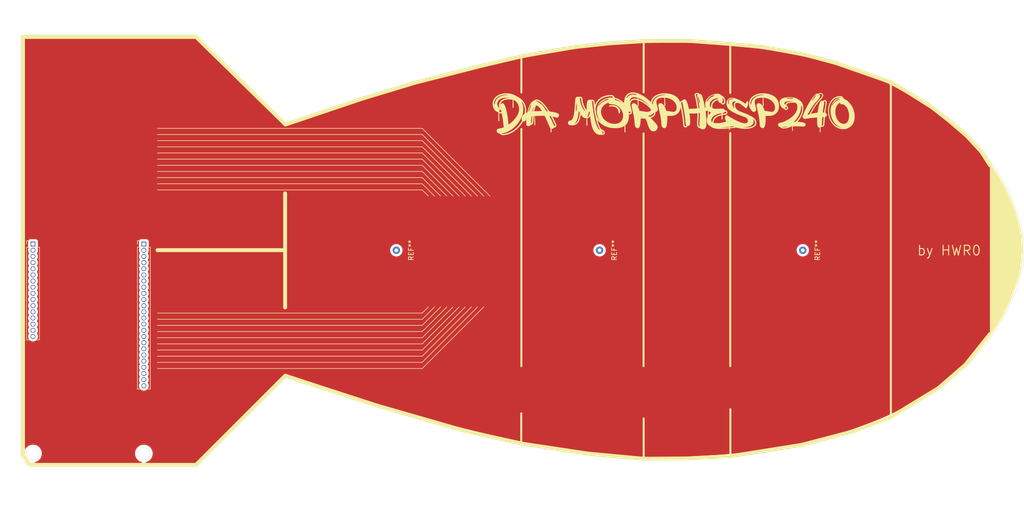
<source format=kicad_pcb>
(kicad_pcb (version 20171130) (host pcbnew "(5.1.8)-1")
  (layers (0 F.Cu signal) (31 B.Cu signal) (34 B.Paste user) (35 F.Paste user) (36 B.SilkS user) (37 F.SilkS user) (38 B.Mask user) (39 F.Mask user) (44 Edge.Cuts user))
  (net 0 "")
  (module hwreverse:bread_bomb_solder (layer F.Cu) (at 160.1724 130.6068)
    (fp_text reference G*** hide)
    (fp_text value LOGO hide)
  )
  (module hwreverse:da_mesp_silk (layer F.Cu) (at 158.5214 72.771)
    (fp_text reference G*** hide)
    (fp_text value LOGO hide)
  )
  (module hwreverse:breadboard (layer F.Cu) (at 187.706 101.346 90)
    (fp_text reference REF** (at 0 0.5 90) (layer F.SilkS))
    (fp_text value breadboard)
    (pad 1 thru_hole circle (at 0 -2.54 90) (size 1.524 1.524) (drill 0.762) (layers *.Cu *.Mask))
  )
  (module hwreverse:breadboard (layer F.Cu) (at 103.886 101.346 90)
    (fp_text reference REF** (at 0 0.5 90) (layer F.SilkS))
    (fp_text value breadboard)
    (pad 1 thru_hole circle (at 0 -2.54 90) (size 1.524 1.524) (drill 0.762) (layers *.Cu *.Mask))
  )
  (module hwreverse:breadboard (layer F.Cu) (at 145.796 101.346 90)
    (fp_text reference REF** (at 0 0.5 90) (layer F.SilkS))
    (fp_text value breadboard)
    (pad 1 thru_hole circle (at 0 -2.54 90) (size 1.524 1.524) (drill 0.762) (layers *.Cu *.Mask))
  )
  (module Socket_Strips:Socket_Strip_Straight_1x16_Pitch1.27mm (layer F.Cu) (at 26.416 100.076)
    (fp_text reference J2 hide)
    (fp_text value Cnx1)
    (pad 1 thru_hole rect (at 0 0) (size 1 1) (drill 0.7) (layers *.Cu *.Mask))
    (pad 2 thru_hole oval (at 0 1.27) (size 1 1) (drill 0.7) (layers *.Cu *.Mask))
    (pad 3 thru_hole oval (at 0 2.54) (size 1 1) (drill 0.7) (layers *.Cu *.Mask))
    (pad 4 thru_hole oval (at 0 3.81) (size 1 1) (drill 0.7) (layers *.Cu *.Mask))
    (pad 5 thru_hole oval (at 0 5.08) (size 1 1) (drill 0.7) (layers *.Cu *.Mask))
    (pad 6 thru_hole oval (at 0 6.35) (size 1 1) (drill 0.7) (layers *.Cu *.Mask))
    (pad 7 thru_hole oval (at 0 7.62) (size 1 1) (drill 0.7) (layers *.Cu *.Mask))
    (pad 8 thru_hole oval (at 0 8.89) (size 1 1) (drill 0.7) (layers *.Cu *.Mask))
    (pad 9 thru_hole oval (at 0 10.16) (size 1 1) (drill 0.7) (layers *.Cu *.Mask))
    (pad 10 thru_hole oval (at 0 11.43) (size 1 1) (drill 0.7) (layers *.Cu *.Mask))
    (pad 11 thru_hole oval (at 0 12.7) (size 1 1) (drill 0.7) (layers *.Cu *.Mask))
    (pad 12 thru_hole oval (at 0 13.97) (size 1 1) (drill 0.7) (layers *.Cu *.Mask))
    (pad 13 thru_hole oval (at 0 15.24) (size 1 1) (drill 0.7) (layers *.Cu *.Mask))
    (pad 14 thru_hole oval (at 0 16.51) (size 1 1) (drill 0.7) (layers *.Cu *.Mask))
    (pad 15 thru_hole oval (at 0 17.78) (size 1 1) (drill 0.7) (layers *.Cu *.Mask))
    (pad 16 thru_hole oval (at 0 19.05) (size 1 1) (drill 0.7) (layers *.Cu *.Mask))
  )
  (module Socket_Strips:Socket_Strip_Straight_1x24_Pitch1.27mm (layer F.Cu) (at 49.276 100.076)
    (fp_text reference J3 hide)
    (fp_text value Con2)
    (pad 1 thru_hole rect (at 0 0) (size 1 1) (drill 0.7) (layers *.Cu *.Mask))
    (pad 2 thru_hole oval (at 0 1.27) (size 1 1) (drill 0.7) (layers *.Cu *.Mask))
    (pad 3 thru_hole oval (at 0 2.54) (size 1 1) (drill 0.7) (layers *.Cu *.Mask))
    (pad 4 thru_hole oval (at 0 3.81) (size 1 1) (drill 0.7) (layers *.Cu *.Mask))
    (pad 5 thru_hole oval (at 0 5.08) (size 1 1) (drill 0.7) (layers *.Cu *.Mask))
    (pad 6 thru_hole oval (at 0 6.35) (size 1 1) (drill 0.7) (layers *.Cu *.Mask))
    (pad 7 thru_hole oval (at 0 7.62) (size 1 1) (drill 0.7) (layers *.Cu *.Mask))
    (pad 8 thru_hole oval (at 0 8.89) (size 1 1) (drill 0.7) (layers *.Cu *.Mask))
    (pad 9 thru_hole oval (at 0 10.16) (size 1 1) (drill 0.7) (layers *.Cu *.Mask))
    (pad 10 thru_hole oval (at 0 11.43) (size 1 1) (drill 0.7) (layers *.Cu *.Mask))
    (pad 11 thru_hole oval (at 0 12.7) (size 1 1) (drill 0.7) (layers *.Cu *.Mask))
    (pad 12 thru_hole oval (at 0 13.97) (size 1 1) (drill 0.7) (layers *.Cu *.Mask))
    (pad 13 thru_hole oval (at 0 15.24) (size 1 1) (drill 0.7) (layers *.Cu *.Mask))
    (pad 14 thru_hole oval (at 0 16.51) (size 1 1) (drill 0.7) (layers *.Cu *.Mask))
    (pad 15 thru_hole oval (at 0 17.78) (size 1 1) (drill 0.7) (layers *.Cu *.Mask))
    (pad 16 thru_hole oval (at 0 19.05) (size 1 1) (drill 0.7) (layers *.Cu *.Mask))
    (pad 17 thru_hole oval (at 0 20.32) (size 1 1) (drill 0.7) (layers *.Cu *.Mask))
    (pad 18 thru_hole oval (at 0 21.59) (size 1 1) (drill 0.7) (layers *.Cu *.Mask))
    (pad 19 thru_hole oval (at 0 22.86) (size 1 1) (drill 0.7) (layers *.Cu *.Mask))
    (pad 20 thru_hole oval (at 0 24.13) (size 1 1) (drill 0.7) (layers *.Cu *.Mask))
    (pad 21 thru_hole oval (at 0 25.4) (size 1 1) (drill 0.7) (layers *.Cu *.Mask))
    (pad 22 thru_hole oval (at 0 26.67) (size 1 1) (drill 0.7) (layers *.Cu *.Mask))
    (pad 23 thru_hole oval (at 0 27.94) (size 1 1) (drill 0.7) (layers *.Cu *.Mask))
    (pad 24 thru_hole oval (at 0 29.21) (size 1 1) (drill 0.7) (layers *.Cu *.Mask))
  )
  (gr_line (start 24.3586 143.51) (end 25.654 145.542) (layer F.SilkS) (width 0.8))
  (gr_line (start 24.3586 57.3532) (end 24.3586 143.51) (layer F.SilkS) (width 0.8))
  (gr_line (start 94.234 70.104) (end 78.486 75.4126) (layer F.SilkS) (width 0.8))
  (gr_line (start 105.156 66.802) (end 94.234 70.104) (layer F.SilkS) (width 0.8))
  (gr_line (start 119.126 63.246) (end 105.156 66.802) (layer F.SilkS) (width 0.8))
  (gr_line (start 127.127 61.3664) (end 119.126 63.246) (layer F.SilkS) (width 0.8))
  (gr_line (start 129.286 60.96) (end 127.127 61.3664) (layer F.SilkS) (width 0.8))
  (gr_line (start 138.176 59.436) (end 129.286 60.96) (layer F.SilkS) (width 0.8))
  (gr_line (start 145.288 58.674) (end 138.176 59.436) (layer F.SilkS) (width 0.8))
  (gr_line (start 152.3492 58.2168) (end 145.288 58.674) (layer F.SilkS) (width 0.8))
  (gr_line (start 155.194 58.166) (end 152.3492 58.2168) (layer F.SilkS) (width 0.8))
  (gr_line (start 161.798 58.166) (end 155.194 58.166) (layer F.SilkS) (width 0.8))
  (gr_line (start 170.2054 58.801) (end 161.798 58.166) (layer F.SilkS) (width 0.8))
  (gr_line (start 177.038 59.436) (end 170.2054 58.801) (layer F.SilkS) (width 0.8))
  (gr_line (start 185.42 60.96) (end 177.038 59.436) (layer F.SilkS) (width 0.8))
  (gr_line (start 192.024 62.738) (end 185.42 60.96) (layer F.SilkS) (width 0.8))
  (gr_line (start 203.327 66.675) (end 192.024 62.738) (layer F.SilkS) (width 0.8))
  (gr_line (start 207.01 68.834) (end 203.327 66.675) (layer F.SilkS) (width 0.8))
  (gr_line (start 211.836 71.882) (end 207.01 68.834) (layer F.SilkS) (width 0.8))
  (gr_line (start 215.392 74.676) (end 211.836 71.882) (layer F.SilkS) (width 0.8))
  (gr_line (start 218.948 77.724) (end 215.392 74.676) (layer F.SilkS) (width 0.8))
  (gr_line (start 221.996 81.026) (end 218.948 77.724) (layer F.SilkS) (width 0.8))
  (gr_line (start 223.774 83.82) (end 221.996 81.026) (layer F.SilkS) (width 0.8))
  (gr_line (start 218.694 124.968) (end 223.774 118.618) (layer F.SilkS) (width 0.8))
  (gr_line (start 213.106 129.794) (end 218.694 124.968) (layer F.SilkS) (width 0.8))
  (gr_line (start 203.327 135.7376) (end 213.106 129.794) (layer F.SilkS) (width 0.8))
  (gr_line (start 195.58 138.684) (end 203.327 135.7376) (layer F.SilkS) (width 0.8))
  (gr_line (start 184.912 141.478) (end 195.58 138.684) (layer F.SilkS) (width 0.8))
  (gr_line (start 170.2308 143.8148) (end 184.912 141.478) (layer F.SilkS) (width 0.8))
  (gr_line (start 161.29 144.272) (end 170.2308 143.8148) (layer F.SilkS) (width 0.8))
  (gr_line (start 152.3492 144.3482) (end 161.29 144.272) (layer F.SilkS) (width 0.8))
  (gr_line (start 140.716 143.256) (end 152.3492 144.3482) (layer F.SilkS) (width 0.8))
  (gr_line (start 127.1016 141.1986) (end 140.716 143.256) (layer F.SilkS) (width 0.8))
  (gr_line (start 115.824 138.684) (end 127.1016 141.1986) (layer F.SilkS) (width 0.8))
  (gr_line (start 97.282 133.35) (end 115.824 138.684) (layer F.SilkS) (width 0.8))
  (gr_line (start 78.486 127.254) (end 97.282 133.35) (layer F.SilkS) (width 0.8))
  (gr_line (start 170.2308 134.112) (end 170.2308 143.8148) (layer F.SilkS) (width 0.4))
  (gr_line (start 152.3492 136.017) (end 152.3492 144.3482) (layer F.SilkS) (width 0.4))
  (gr_line (start 127.1016 134.9756) (end 127.1016 141.1986) (layer F.SilkS) (width 0.4))
  (gr_text "by HWR0" (at 215.3412 101.3968) (layer F.SilkS) (effects (font (size 2 2) (thickness 0.2))))
  (gr_line (start 170.2054 68.8848) (end 170.2054 58.801) (layer F.SilkS) (width 0.4))
  (gr_line (start 152.3492 68.7832) (end 152.3492 58.2168) (layer F.SilkS) (width 0.4))
  (gr_line (start 127.127 68.8086) (end 127.127 61.3664) (layer F.SilkS) (width 0.4))
  (gr_poly (pts (xy 225.7298 86.2584) (xy 226.949 88.4428) (xy 227.7618 90.0938) (xy 228.4984 91.8972) (xy 229.0064 93.2942) (xy 229.489 94.8944) (xy 229.87 96.1644) (xy 230.251 97.8408) (xy 230.4542 99.2632) (xy 230.5304 101.5746) (xy 230.3526 103.5304) (xy 229.9716 106.172) (xy 229.1842 108.5088) (xy 227.7618 112.2426) (xy 226.5172 114.7826) (xy 225.4504 116.6622) (xy 223.7994 119.1006) (xy 223.7994 83.312)) (layer F.SilkS) (width 0.1))
  (gr_line (start 78.3082 101.3206) (end 52.0954 101.3206) (layer F.SilkS) (width 0.8))
  (gr_line (start 78.4098 89.6112) (end 78.4098 113.1316) (layer F.SilkS) (width 0.8))
  (gr_line (start 60.0456 145.5928) (end 25.7302 145.5928) (layer F.SilkS) (width 0.8))
  (gr_line (start 78.4606 127.2032) (end 60.0456 145.5928) (layer F.SilkS) (width 0.8))
  (gr_line (start 60.0456 57.3532) (end 24.3586 57.3532) (layer F.SilkS) (width 0.8))
  (gr_line (start 78.486 75.4126) (end 60.0456 57.3532) (layer F.SilkS) (width 0.8))
  (gr_line (start 203.327 66.675) (end 203.327 135.7376) (layer F.SilkS) (width 0.4))
  (gr_line (start 170.2054 125.2474) (end 170.2054 77.1652) (layer F.SilkS) (width 0.4))
  (gr_line (start 152.3238 125.2474) (end 152.3238 77.2414) (layer F.SilkS) (width 0.4))
  (gr_line (start 127.127 76.327) (end 127.127 125.2474) (layer F.SilkS) (width 0.4))
  (gr_line (start 106.68 125.73) (end 119.38 113.03) (layer F.SilkS) (width 0.12))
  (gr_line (start 52.07 125.73) (end 106.68 125.73) (layer F.SilkS) (width 0.12))
  (gr_line (start 106.68 124.46) (end 118.11 113.03) (layer F.SilkS) (width 0.12))
  (gr_line (start 52.07 124.46) (end 106.68 124.46) (layer F.SilkS) (width 0.12))
  (gr_line (start 106.68 123.19) (end 116.84 113.03) (layer F.SilkS) (width 0.12))
  (gr_line (start 52.07 123.19) (end 106.68 123.19) (layer F.SilkS) (width 0.12))
  (gr_line (start 106.68 121.92) (end 115.57 113.03) (layer F.SilkS) (width 0.12))
  (gr_line (start 52.07 121.92) (end 106.68 121.92) (layer F.SilkS) (width 0.12))
  (gr_line (start 106.68 120.65) (end 114.3 113.03) (layer F.SilkS) (width 0.12))
  (gr_line (start 52.07 120.65) (end 106.68 120.65) (layer F.SilkS) (width 0.12))
  (gr_line (start 106.68 119.38) (end 113.03 113.03) (layer F.SilkS) (width 0.12))
  (gr_line (start 52.07 119.38) (end 106.68 119.38) (layer F.SilkS) (width 0.12))
  (gr_line (start 106.68 118.11) (end 111.76 113.03) (layer F.SilkS) (width 0.12))
  (gr_line (start 52.07 118.11) (end 106.68 118.11) (layer F.SilkS) (width 0.12))
  (gr_line (start 106.68 116.84) (end 110.49 113.03) (layer F.SilkS) (width 0.12))
  (gr_line (start 52.07 116.84) (end 106.68 116.84) (layer F.SilkS) (width 0.12))
  (gr_line (start 106.68 115.57) (end 109.22 113.03) (layer F.SilkS) (width 0.12))
  (gr_line (start 52.07 115.57) (end 106.68 115.57) (layer F.SilkS) (width 0.12))
  (gr_line (start 106.68 114.3) (end 107.95 113.03) (layer F.SilkS) (width 0.12))
  (gr_line (start 52.07 114.3) (end 106.68 114.3) (layer F.SilkS) (width 0.12))
  (gr_line (start 106.68 88.9) (end 107.95 90.17) (layer F.SilkS) (width 0.12))
  (gr_line (start 52.07 88.9) (end 106.68 88.9) (layer F.SilkS) (width 0.12))
  (gr_line (start 106.68 87.63) (end 109.22 90.17) (layer F.SilkS) (width 0.12))
  (gr_line (start 52.07 87.63) (end 106.68 87.63) (layer F.SilkS) (width 0.12))
  (gr_line (start 106.68 86.36) (end 110.49 90.17) (layer F.SilkS) (width 0.12))
  (gr_line (start 52.07 86.36) (end 106.68 86.36) (layer F.SilkS) (width 0.12))
  (gr_line (start 106.68 85.09) (end 111.76 90.17) (layer F.SilkS) (width 0.12))
  (gr_line (start 52.07 85.09) (end 106.68 85.09) (layer F.SilkS) (width 0.12))
  (gr_line (start 106.68 83.82) (end 113.03 90.17) (layer F.SilkS) (width 0.12))
  (gr_line (start 52.07 83.82) (end 106.68 83.82) (layer F.SilkS) (width 0.12))
  (gr_line (start 106.68 82.55) (end 114.3 90.17) (layer F.SilkS) (width 0.12))
  (gr_line (start 52.07 82.55) (end 106.68 82.55) (layer F.SilkS) (width 0.12))
  (gr_line (start 106.68 81.28) (end 115.57 90.17) (layer F.SilkS) (width 0.12))
  (gr_line (start 52.07 81.28) (end 106.68 81.28) (layer F.SilkS) (width 0.12))
  (gr_line (start 106.68 80.01) (end 116.84 90.17) (layer F.SilkS) (width 0.12))
  (gr_line (start 52.07 80.01) (end 106.68 80.01) (layer F.SilkS) (width 0.12))
  (gr_line (start 106.68 78.74) (end 118.11 90.17) (layer F.SilkS) (width 0.12))
  (gr_line (start 52.07 78.74) (end 106.68 78.74) (layer F.SilkS) (width 0.12))
  (gr_line (start 106.68 77.47) (end 119.38 90.17) (layer F.SilkS) (width 0.12))
  (gr_line (start 52.07 77.47) (end 106.68 77.47) (layer F.SilkS) (width 0.12))
  (gr_line (start 106.68 76.2) (end 120.65 90.17) (layer F.SilkS) (width 0.12))
  (gr_line (start 60.96 76.2) (end 106.68 76.2) (layer F.SilkS) (width 0.12))
  (gr_line (start 52.07 76.2) (end 60.96 76.2) (layer F.SilkS) (width 0.12))
  (gr_line (start 79.629 74.7776) (end 78.5114 75.184) (layer Edge.Cuts) (width 0.05))
  (gr_line (start 85.6742 72.7202) (end 79.629 74.7776) (layer Edge.Cuts) (width 0.05))
  (gr_line (start 89.6366 71.3994) (end 85.6742 72.7202) (layer Edge.Cuts) (width 0.05))
  (gr_line (start 93.4212 70.1548) (end 89.6366 71.3994) (layer Edge.Cuts) (width 0.05))
  (gr_line (start 97.1296 69.0118) (end 93.4212 70.1548) (layer Edge.Cuts) (width 0.05))
  (gr_line (start 100.6856 67.8942) (end 97.1296 69.0118) (layer Edge.Cuts) (width 0.05))
  (gr_line (start 103.3272 67.1068) (end 100.6856 67.8942) (layer Edge.Cuts) (width 0.05))
  (gr_line (start 105.5116 66.4718) (end 103.3272 67.1068) (layer Edge.Cuts) (width 0.05))
  (gr_line (start 108.6358 65.5828) (end 105.5116 66.4718) (layer Edge.Cuts) (width 0.05))
  (gr_line (start 111.76 64.77) (end 108.6358 65.5828) (layer Edge.Cuts) (width 0.05))
  (gr_line (start 113.919 64.2112) (end 111.76 64.77) (layer Edge.Cuts) (width 0.05))
  (gr_line (start 117.0432 63.4238) (end 113.919 64.2112) (layer Edge.Cuts) (width 0.05))
  (gr_line (start 119.6848 62.7888) (end 117.0432 63.4238) (layer Edge.Cuts) (width 0.05))
  (gr_line (start 121.8946 62.2554) (end 119.6848 62.7888) (layer Edge.Cuts) (width 0.05))
  (gr_line (start 124.5108 61.6712) (end 121.8946 62.2554) (layer Edge.Cuts) (width 0.05))
  (gr_line (start 128.6256 60.8076) (end 124.5108 61.6712) (layer Edge.Cuts) (width 0.05))
  (gr_line (start 131.826 60.2234) (end 128.6256 60.8076) (layer Edge.Cuts) (width 0.05))
  (gr_line (start 134.8232 59.69) (end 131.826 60.2234) (layer Edge.Cuts) (width 0.05))
  (gr_line (start 137.1346 59.3344) (end 134.8232 59.69) (layer Edge.Cuts) (width 0.05))
  (gr_line (start 139.6492 58.9788) (end 137.1346 59.3344) (layer Edge.Cuts) (width 0.05))
  (gr_line (start 141.097 58.801) (end 139.6492 58.9788) (layer Edge.Cuts) (width 0.05))
  (gr_line (start 143.9926 58.4708) (end 141.097 58.801) (layer Edge.Cuts) (width 0.05))
  (gr_line (start 146.6596 58.2168) (end 143.9926 58.4708) (layer Edge.Cuts) (width 0.05))
  (gr_line (start 148.7678 58.0644) (end 146.6596 58.2168) (layer Edge.Cuts) (width 0.05))
  (gr_line (start 150.749 57.9882) (end 148.7678 58.0644) (layer Edge.Cuts) (width 0.05))
  (gr_line (start 155.3464 57.912) (end 150.749 57.9882) (layer Edge.Cuts) (width 0.05))
  (gr_line (start 157.3276 57.912) (end 155.3464 57.912) (layer Edge.Cuts) (width 0.05))
  (gr_line (start 160.5788 57.9628) (end 157.3276 57.912) (layer Edge.Cuts) (width 0.05))
  (gr_line (start 162.0774 58.0136) (end 160.5788 57.9628) (layer Edge.Cuts) (width 0.05))
  (gr_line (start 164.2364 58.1152) (end 162.0774 58.0136) (layer Edge.Cuts) (width 0.05))
  (gr_line (start 168.7068 58.42) (end 164.2364 58.1152) (layer Edge.Cuts) (width 0.05))
  (gr_line (start 173.6598 58.9026) (end 168.7068 58.42) (layer Edge.Cuts) (width 0.05))
  (gr_line (start 176.53 59.2582) (end 173.6598 58.9026) (layer Edge.Cuts) (width 0.05))
  (gr_line (start 179.1462 59.6646) (end 176.53 59.2582) (layer Edge.Cuts) (width 0.05))
  (gr_line (start 182.7784 60.2996) (end 179.1462 59.6646) (layer Edge.Cuts) (width 0.05))
  (gr_line (start 185.7248 60.9092) (end 182.7784 60.2996) (layer Edge.Cuts) (width 0.05))
  (gr_line (start 187.5536 61.3156) (end 185.7248 60.9092) (layer Edge.Cuts) (width 0.05))
  (gr_line (start 190.0682 61.8998) (end 187.5536 61.3156) (layer Edge.Cuts) (width 0.05))
  (gr_line (start 192.7606 62.738) (end 190.0682 61.8998) (layer Edge.Cuts) (width 0.05))
  (gr_line (start 195.3006 63.5762) (end 192.7606 62.738) (layer Edge.Cuts) (width 0.05))
  (gr_line (start 196.8754 64.1096) (end 195.3006 63.5762) (layer Edge.Cuts) (width 0.05))
  (gr_line (start 199.1614 64.9478) (end 196.8754 64.1096) (layer Edge.Cuts) (width 0.05))
  (gr_line (start 201.1934 65.7352) (end 199.1614 64.9478) (layer Edge.Cuts) (width 0.05))
  (gr_line (start 202.7428 66.3448) (end 201.1934 65.7352) (layer Edge.Cuts) (width 0.05))
  (gr_line (start 204.9526 67.4624) (end 202.7428 66.3448) (layer Edge.Cuts) (width 0.05))
  (gr_line (start 206.6798 68.4276) (end 204.9526 67.4624) (layer Edge.Cuts) (width 0.05))
  (gr_line (start 207.899 69.088) (end 206.6798 68.4276) (layer Edge.Cuts) (width 0.05))
  (gr_line (start 208.8388 69.6214) (end 207.899 69.088) (layer Edge.Cuts) (width 0.05))
  (gr_line (start 209.9818 70.3072) (end 208.8388 69.6214) (layer Edge.Cuts) (width 0.05))
  (gr_line (start 211.7344 71.4502) (end 209.9818 70.3072) (layer Edge.Cuts) (width 0.05))
  (gr_line (start 213.36 72.5932) (end 211.7344 71.4502) (layer Edge.Cuts) (width 0.05))
  (gr_line (start 214.7824 73.6854) (end 213.36 72.5932) (layer Edge.Cuts) (width 0.05))
  (gr_line (start 216.1032 74.7522) (end 214.7824 73.6854) (layer Edge.Cuts) (width 0.05))
  (gr_line (start 217.2716 75.7428) (end 216.1032 74.7522) (layer Edge.Cuts) (width 0.05))
  (gr_line (start 217.932 76.3016) (end 217.2716 75.7428) (layer Edge.Cuts) (width 0.05))
  (gr_line (start 218.7956 77.0636) (end 217.932 76.3016) (layer Edge.Cuts) (width 0.05))
  (gr_line (start 219.583 77.8002) (end 218.7956 77.0636) (layer Edge.Cuts) (width 0.05))
  (gr_line (start 222.0214 80.518) (end 219.583 77.8002) (layer Edge.Cuts) (width 0.05))
  (gr_line (start 222.9612 81.7118) (end 222.0214 80.518) (layer Edge.Cuts) (width 0.05))
  (gr_line (start 224.917 84.4042) (end 222.9612 81.7118) (layer Edge.Cuts) (width 0.05))
  (gr_line (start 226.6696 87.2744) (end 224.917 84.4042) (layer Edge.Cuts) (width 0.05))
  (gr_line (start 227.6348 89.1032) (end 226.6696 87.2744) (layer Edge.Cuts) (width 0.05))
  (gr_line (start 228.6508 91.4146) (end 227.6348 89.1032) (layer Edge.Cuts) (width 0.05))
  (gr_line (start 229.5906 94.1324) (end 228.6508 91.4146) (layer Edge.Cuts) (width 0.05))
  (gr_line (start 230.0732 95.758) (end 229.5906 94.1324) (layer Edge.Cuts) (width 0.05))
  (gr_line (start 230.4288 97.282) (end 230.0732 95.758) (layer Edge.Cuts) (width 0.05))
  (gr_line (start 230.6574 98.4758) (end 230.4288 97.282) (layer Edge.Cuts) (width 0.05))
  (gr_line (start 230.7336 99.441) (end 230.6574 98.4758) (layer Edge.Cuts) (width 0.05))
  (gr_line (start 230.7844 100.5078) (end 230.7336 99.441) (layer Edge.Cuts) (width 0.05))
  (gr_line (start 230.7844 101.5492) (end 230.7844 100.5078) (layer Edge.Cuts) (width 0.05))
  (gr_line (start 230.6828 103.378) (end 230.7844 101.5492) (layer Edge.Cuts) (width 0.05))
  (gr_line (start 230.5558 104.648) (end 230.6828 103.378) (layer Edge.Cuts) (width 0.05))
  (gr_line (start 230.3526 105.6386) (end 230.5558 104.648) (layer Edge.Cuts) (width 0.05))
  (gr_line (start 229.9208 107.2896) (end 230.3526 105.6386) (layer Edge.Cuts) (width 0.05))
  (gr_line (start 229.108 109.7788) (end 229.9208 107.2896) (layer Edge.Cuts) (width 0.05))
  (gr_line (start 228.0666 112.2934) (end 229.108 109.7788) (layer Edge.Cuts) (width 0.05))
  (gr_line (start 226.3394 115.697) (end 228.0666 112.2934) (layer Edge.Cuts) (width 0.05))
  (gr_line (start 225.298 117.4242) (end 226.3394 115.697) (layer Edge.Cuts) (width 0.05))
  (gr_line (start 224.3836 118.7958) (end 225.298 117.4242) (layer Edge.Cuts) (width 0.05))
  (gr_line (start 222.9866 120.7008) (end 224.3836 118.7958) (layer Edge.Cuts) (width 0.05))
  (gr_line (start 219.8878 124.3076) (end 222.9866 120.7008) (layer Edge.Cuts) (width 0.05))
  (gr_line (start 218.9734 125.1966) (end 219.8878 124.3076) (layer Edge.Cuts) (width 0.05))
  (gr_line (start 217.7288 126.2888) (end 218.9734 125.1966) (layer Edge.Cuts) (width 0.05))
  (gr_line (start 216.4842 127.381) (end 217.7288 126.2888) (layer Edge.Cuts) (width 0.05))
  (gr_line (start 213.868 129.4638) (end 216.4842 127.381) (layer Edge.Cuts) (width 0.05))
  (gr_line (start 212.2932 130.6068) (end 213.868 129.4638) (layer Edge.Cuts) (width 0.05))
  (gr_line (start 211.1248 131.3942) (end 212.2932 130.6068) (layer Edge.Cuts) (width 0.05))
  (gr_line (start 208.9912 132.6896) (end 211.1248 131.3942) (layer Edge.Cuts) (width 0.05))
  (gr_line (start 207.4672 133.604) (end 208.9912 132.6896) (layer Edge.Cuts) (width 0.05))
  (gr_line (start 205.7908 134.5184) (end 207.4672 133.604) (layer Edge.Cuts) (width 0.05))
  (gr_line (start 202.9968 135.8646) (end 205.7908 134.5184) (layer Edge.Cuts) (width 0.05))
  (gr_line (start 201.422 136.5504) (end 202.9968 135.8646) (layer Edge.Cuts) (width 0.05))
  (gr_line (start 199.7964 137.2108) (end 201.422 136.5504) (layer Edge.Cuts) (width 0.05))
  (gr_line (start 197.8406 137.9474) (end 199.7964 137.2108) (layer Edge.Cuts) (width 0.05))
  (gr_line (start 195.9864 138.6332) (end 197.8406 137.9474) (layer Edge.Cuts) (width 0.05))
  (gr_line (start 195.0974 138.938) (end 195.9864 138.6332) (layer Edge.Cuts) (width 0.05))
  (gr_line (start 194.0814 139.2682) (end 195.0974 138.938) (layer Edge.Cuts) (width 0.05))
  (gr_line (start 192.9892 139.6238) (end 194.0814 139.2682) (layer Edge.Cuts) (width 0.05))
  (gr_line (start 191.897 139.954) (end 192.9892 139.6238) (layer Edge.Cuts) (width 0.05))
  (gr_line (start 190.5 140.3604) (end 191.897 139.954) (layer Edge.Cuts) (width 0.05))
  (gr_line (start 186.563 141.3256) (end 190.5 140.3604) (layer Edge.Cuts) (width 0.05))
  (gr_line (start 185.547 141.5288) (end 186.563 141.3256) (layer Edge.Cuts) (width 0.05))
  (gr_line (start 183.6674 141.9352) (end 185.547 141.5288) (layer Edge.Cuts) (width 0.05))
  (gr_line (start 182.3466 142.1892) (end 183.6674 141.9352) (layer Edge.Cuts) (width 0.05))
  (gr_line (start 180.975 142.4432) (end 182.3466 142.1892) (layer Edge.Cuts) (width 0.05))
  (gr_line (start 179.8574 142.6464) (end 180.975 142.4432) (layer Edge.Cuts) (width 0.05))
  (gr_line (start 178.4604 142.8496) (end 179.8574 142.6464) (layer Edge.Cuts) (width 0.05))
  (gr_line (start 176.8856 143.1036) (end 178.4604 142.8496) (layer Edge.Cuts) (width 0.05))
  (gr_line (start 176.5046 143.1544) (end 176.8856 143.1036) (layer Edge.Cuts) (width 0.05))
  (gr_line (start 175.8696 143.256) (end 176.5046 143.1544) (layer Edge.Cuts) (width 0.05))
  (gr_line (start 175.0822 143.3576) (end 175.8696 143.256) (layer Edge.Cuts) (width 0.05))
  (gr_line (start 174.3964 143.4338) (end 175.0822 143.3576) (layer Edge.Cuts) (width 0.05))
  (gr_line (start 173.5328 143.5354) (end 174.3964 143.4338) (layer Edge.Cuts) (width 0.05))
  (gr_line (start 172.4406 143.6624) (end 173.5328 143.5354) (layer Edge.Cuts) (width 0.05))
  (gr_line (start 171.4246 143.764) (end 172.4406 143.6624) (layer Edge.Cuts) (width 0.05))
  (gr_line (start 169.037 143.9672) (end 171.4246 143.764) (layer Edge.Cuts) (width 0.05))
  (gr_line (start 168.0972 144.0434) (end 169.037 143.9672) (layer Edge.Cuts) (width 0.05))
  (gr_line (start 167.0304 144.1196) (end 168.0972 144.0434) (layer Edge.Cuts) (width 0.05))
  (gr_line (start 165.0746 144.2466) (end 167.0304 144.1196) (layer Edge.Cuts) (width 0.05))
  (gr_line (start 162.2298 144.399) (end 165.0746 144.2466) (layer Edge.Cuts) (width 0.05))
  (gr_line (start 160.7058 144.4498) (end 162.2298 144.399) (layer Edge.Cuts) (width 0.05))
  (gr_line (start 159.4866 144.4752) (end 160.7058 144.4498) (layer Edge.Cuts) (width 0.05))
  (gr_line (start 158.2674 144.4752) (end 159.4866 144.4752) (layer Edge.Cuts) (width 0.05))
  (gr_line (start 156.591 144.5006) (end 158.2674 144.4752) (layer Edge.Cuts) (width 0.05))
  (gr_line (start 155.2956 144.5006) (end 156.591 144.5006) (layer Edge.Cuts) (width 0.05))
  (gr_line (start 154.4828 144.5006) (end 155.2956 144.5006) (layer Edge.Cuts) (width 0.05))
  (gr_line (start 153.4414 144.5006) (end 154.4828 144.5006) (layer Edge.Cuts) (width 0.05))
  (gr_line (start 152.5778 144.4752) (end 153.4414 144.5006) (layer Edge.Cuts) (width 0.05))
  (gr_line (start 151.9174 144.4498) (end 152.5778 144.4752) (layer Edge.Cuts) (width 0.05))
  (gr_line (start 151.2824 144.4244) (end 151.9174 144.4498) (layer Edge.Cuts) (width 0.05))
  (gr_line (start 149.5044 144.3482) (end 151.2824 144.4244) (layer Edge.Cuts) (width 0.05))
  (gr_line (start 148.209 144.2974) (end 149.5044 144.3482) (layer Edge.Cuts) (width 0.05))
  (gr_line (start 147.2184 144.2212) (end 148.209 144.2974) (layer Edge.Cuts) (width 0.05))
  (gr_line (start 146.2786 144.145) (end 147.2184 144.2212) (layer Edge.Cuts) (width 0.05))
  (gr_line (start 144.6784 144.018) (end 146.2786 144.145) (layer Edge.Cuts) (width 0.05))
  (gr_line (start 143.2814 143.891) (end 144.6784 144.018) (layer Edge.Cuts) (width 0.05))
  (gr_line (start 141.6558 143.7132) (end 143.2814 143.891) (layer Edge.Cuts) (width 0.05))
  (gr_line (start 140.1064 143.51) (end 141.6558 143.7132) (layer Edge.Cuts) (width 0.05))
  (gr_line (start 138.049 143.2306) (end 140.1064 143.51) (layer Edge.Cuts) (width 0.05))
  (gr_line (start 136.8806 143.0528) (end 138.049 143.2306) (layer Edge.Cuts) (width 0.05))
  (gr_line (start 135.8646 142.9004) (end 136.8806 143.0528) (layer Edge.Cuts) (width 0.05))
  (gr_line (start 134.5438 142.6972) (end 135.8646 142.9004) (layer Edge.Cuts) (width 0.05))
  (gr_line (start 133.1214 142.4686) (end 134.5438 142.6972) (layer Edge.Cuts) (width 0.05))
  (gr_line (start 131.4196 142.1638) (end 133.1214 142.4686) (layer Edge.Cuts) (width 0.05))
  (gr_line (start 129.921 141.8844) (end 131.4196 142.1638) (layer Edge.Cuts) (width 0.05))
  (gr_line (start 128.5748 141.6304) (end 129.921 141.8844) (layer Edge.Cuts) (width 0.05))
  (gr_line (start 125.73 141.0462) (end 128.5748 141.6304) (layer Edge.Cuts) (width 0.05))
  (gr_line (start 121.4628 140.1318) (end 125.73 141.0462) (layer Edge.Cuts) (width 0.05))
  (gr_line (start 117.7544 139.2428) (end 121.4628 140.1318) (layer Edge.Cuts) (width 0.05))
  (gr_line (start 112.6744 137.9728) (end 117.7544 139.2428) (layer Edge.Cuts) (width 0.05))
  (gr_line (start 106.426 136.271) (end 112.6744 137.9728) (layer Edge.Cuts) (width 0.05))
  (gr_line (start 102.0826 135.0264) (end 106.426 136.271) (layer Edge.Cuts) (width 0.05))
  (gr_line (start 98.1456 133.858) (end 102.0826 135.0264) (layer Edge.Cuts) (width 0.05))
  (gr_line (start 95.631 133.096) (end 98.1456 133.858) (layer Edge.Cuts) (width 0.05))
  (gr_line (start 78.486 127.381) (end 95.631 133.096) (layer Edge.Cuts) (width 0.05))
  (gr_line (start 60.071 145.796) (end 78.486 127.381) (layer Edge.Cuts) (width 0.05))
  (gr_line (start 60.071 56.896) (end 78.5114 75.184) (layer Edge.Cuts) (width 0.05))
  (gr_circle (center 49.276 143.256) (end 49.276 141.986) (layer Edge.Cuts) (width 0.05))
  (gr_line (start 23.876 59.436) (end 23.876 143.256) (layer Edge.Cuts) (width 0.05))
  (gr_arc (start 25.146 58.166) (end 25.146 56.896) (angle -90) (layer Edge.Cuts) (width 0.05))
  (gr_line (start 26.416 145.796) (end 60.071 145.796) (layer Edge.Cuts) (width 0.05))
  (gr_line (start 23.876 59.436) (end 23.876 58.166) (layer Edge.Cuts) (width 0.05))
  (gr_arc (start 26.416 143.256) (end 23.876 143.256) (angle -90) (layer Edge.Cuts) (width 0.05))
  (gr_line (start 60.071 56.896) (end 25.146 56.896) (layer Edge.Cuts) (width 0.05))
  (gr_circle (center 26.416 143.256) (end 27.686 143.256) (layer Edge.Cuts) (width 0.05))
  (zone (net 0) (net_name "") (layer F.Cu) (connect_pads (clearance 0.508)) (min_thickness 0.254) (fill yes (arc_segments 32) (thermal_gap 0.508) (thermal_bridge_width 0.508))
    (polygon (pts (xy 228.9556 157.5562) (xy 19.6088 157.5562) (xy 21.8948 155.2702) (xy 19.6088 155.2702) (xy 19.6088 49.7332) (xy 228.9556 49.7332)))
  )
)
</source>
